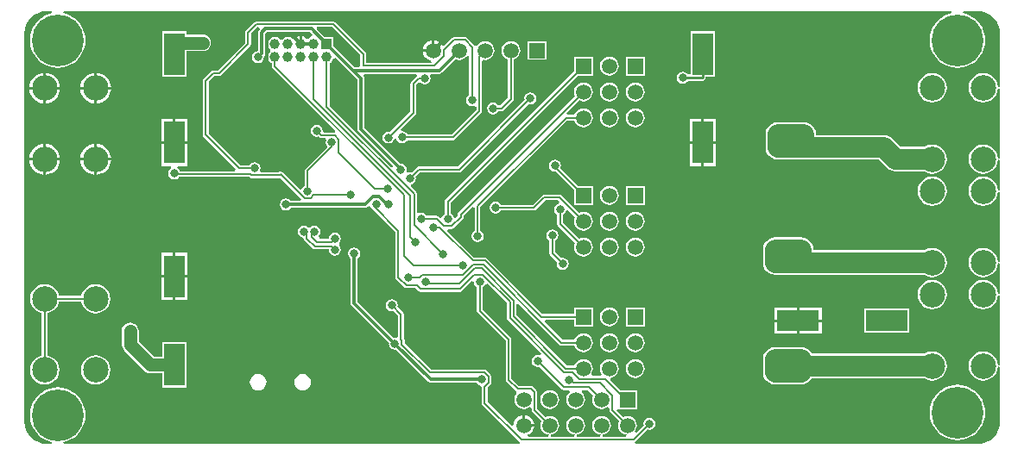
<source format=gbl>
%FSLAX24Y24*%
%MOIN*%
G70*
G01*
G75*
G04 Layer_Physical_Order=2*
G04 Layer_Color=16711680*
%ADD10R,0.0354X0.0315*%
%ADD11R,0.0453X0.0236*%
%ADD12O,0.0827X0.0276*%
%ADD13R,0.0315X0.0354*%
%ADD14R,0.2185X0.2677*%
%ADD15R,0.0394X0.0945*%
%ADD16R,0.2200X0.0830*%
%ADD17R,0.0433X0.0551*%
%ADD18R,0.0551X0.0433*%
%ADD19R,0.0394X0.0512*%
%ADD20R,0.0236X0.0453*%
%ADD21R,0.1575X0.1181*%
%ADD22R,0.0571X0.0236*%
%ADD23R,0.1378X0.0787*%
%ADD24O,0.0827X0.0118*%
%ADD25O,0.0118X0.0827*%
%ADD26R,0.0532X0.0846*%
%ADD27R,0.1350X0.1850*%
%ADD28R,0.0200X0.0940*%
%ADD29R,0.0790X0.0980*%
%ADD30C,0.0080*%
%ADD31C,0.0500*%
%ADD32C,0.0100*%
%ADD33C,0.0120*%
%ADD34C,0.0800*%
%ADD35C,0.0200*%
%ADD36R,0.0591X0.0591*%
%ADD37C,0.0591*%
%ADD38C,0.2000*%
%ADD39R,0.0591X0.0591*%
%ADD40C,0.0394*%
%ADD41R,0.0394X0.0394*%
%ADD42C,0.0984*%
%ADD43C,0.0320*%
%ADD44R,0.1614X0.0787*%
%ADD45R,0.0787X0.1614*%
G36*
X25916Y46796D02*
Y46383D01*
X25885Y46345D01*
X25692D01*
X24887Y47151D01*
Y47497D01*
X24541D01*
X24224Y47814D01*
X24254Y47888D01*
X24824D01*
X25916Y46796D01*
D02*
G37*
G36*
X49902Y48492D02*
X50067Y48442D01*
X50219Y48361D01*
X50352Y48252D01*
X50461Y48118D01*
X50542Y47966D01*
X50592Y47802D01*
X50609Y47636D01*
X50608Y47630D01*
Y45568D01*
X50533Y45563D01*
X50530Y45563D01*
X50528Y45563D01*
X50528Y45563D01*
X50525Y45586D01*
Y45586D01*
X50512Y45683D01*
X50455Y45819D01*
X50365Y45937D01*
X50248Y46027D01*
X50111Y46084D01*
X49964Y46103D01*
X49818Y46084D01*
X49681Y46027D01*
X49563Y45937D01*
X49473Y45819D01*
X49417Y45683D01*
X49397Y45536D01*
X49417Y45389D01*
X49473Y45252D01*
X49563Y45135D01*
X49681Y45045D01*
X49818Y44988D01*
X49964Y44969D01*
X50111Y44988D01*
X50248Y45045D01*
X50365Y45135D01*
X50455Y45252D01*
X50512Y45389D01*
X50525Y45486D01*
Y45486D01*
X50528Y45509D01*
X50528Y45509D01*
X50530Y45509D01*
X50533Y45508D01*
X50608Y45504D01*
Y42812D01*
X50533Y42807D01*
X50530Y42807D01*
X50528Y42807D01*
X50528Y42807D01*
X50525Y42830D01*
Y42830D01*
X50512Y42927D01*
X50455Y43063D01*
X50365Y43181D01*
X50248Y43271D01*
X50111Y43328D01*
X49964Y43347D01*
X49818Y43328D01*
X49681Y43271D01*
X49563Y43181D01*
X49473Y43063D01*
X49417Y42927D01*
X49397Y42780D01*
X49417Y42633D01*
X49473Y42497D01*
X49563Y42379D01*
X49681Y42289D01*
X49818Y42232D01*
X49964Y42213D01*
X50111Y42232D01*
X50248Y42289D01*
X50365Y42379D01*
X50455Y42497D01*
X50512Y42633D01*
X50525Y42730D01*
Y42730D01*
X50528Y42753D01*
X50528Y42753D01*
X50530Y42753D01*
X50533Y42753D01*
X50608Y42748D01*
Y41568D01*
X50533Y41563D01*
X50530Y41563D01*
X50528Y41563D01*
X50528Y41563D01*
X50525Y41586D01*
Y41586D01*
X50512Y41683D01*
X50455Y41819D01*
X50365Y41937D01*
X50248Y42027D01*
X50111Y42084D01*
X49964Y42103D01*
X49818Y42084D01*
X49681Y42027D01*
X49563Y41937D01*
X49473Y41819D01*
X49417Y41683D01*
X49397Y41536D01*
X49417Y41389D01*
X49473Y41252D01*
X49563Y41135D01*
X49681Y41045D01*
X49818Y40988D01*
X49964Y40969D01*
X50111Y40988D01*
X50248Y41045D01*
X50365Y41135D01*
X50455Y41252D01*
X50512Y41389D01*
X50525Y41486D01*
Y41486D01*
X50528Y41509D01*
X50528Y41509D01*
X50530Y41509D01*
X50533Y41508D01*
X50608Y41504D01*
Y38812D01*
X50533Y38807D01*
X50530Y38807D01*
X50528Y38807D01*
X50528Y38807D01*
X50525Y38830D01*
Y38830D01*
X50512Y38927D01*
X50455Y39063D01*
X50365Y39181D01*
X50248Y39271D01*
X50111Y39328D01*
X49964Y39347D01*
X49818Y39328D01*
X49681Y39271D01*
X49563Y39181D01*
X49473Y39063D01*
X49417Y38927D01*
X49397Y38780D01*
X49417Y38633D01*
X49473Y38497D01*
X49563Y38379D01*
X49681Y38289D01*
X49818Y38232D01*
X49964Y38213D01*
X50111Y38232D01*
X50248Y38289D01*
X50365Y38379D01*
X50455Y38497D01*
X50512Y38633D01*
X50525Y38730D01*
Y38730D01*
X50528Y38753D01*
X50528Y38753D01*
X50530Y38753D01*
X50533Y38753D01*
X50608Y38748D01*
Y37568D01*
X50533Y37563D01*
X50530Y37563D01*
X50528Y37563D01*
X50528Y37563D01*
X50525Y37586D01*
Y37586D01*
X50512Y37683D01*
X50455Y37819D01*
X50365Y37937D01*
X50248Y38027D01*
X50111Y38084D01*
X49964Y38103D01*
X49818Y38084D01*
X49681Y38027D01*
X49563Y37937D01*
X49473Y37819D01*
X49417Y37683D01*
X49397Y37536D01*
X49417Y37389D01*
X49473Y37252D01*
X49563Y37135D01*
X49681Y37045D01*
X49818Y36988D01*
X49964Y36969D01*
X50111Y36988D01*
X50248Y37045D01*
X50365Y37135D01*
X50455Y37252D01*
X50512Y37389D01*
X50525Y37486D01*
Y37486D01*
X50528Y37509D01*
X50528Y37509D01*
X50530Y37509D01*
X50533Y37508D01*
X50608Y37504D01*
Y34812D01*
X50533Y34807D01*
X50530Y34807D01*
X50528Y34807D01*
X50528Y34807D01*
X50525Y34830D01*
Y34830D01*
X50512Y34927D01*
X50455Y35063D01*
X50365Y35181D01*
X50248Y35271D01*
X50111Y35328D01*
X49964Y35347D01*
X49818Y35328D01*
X49681Y35271D01*
X49563Y35181D01*
X49473Y35063D01*
X49417Y34927D01*
X49397Y34780D01*
X49417Y34633D01*
X49473Y34497D01*
X49563Y34379D01*
X49681Y34289D01*
X49818Y34232D01*
X49964Y34213D01*
X50111Y34232D01*
X50248Y34289D01*
X50365Y34379D01*
X50455Y34497D01*
X50512Y34633D01*
X50525Y34730D01*
Y34730D01*
X50528Y34753D01*
X50528Y34753D01*
X50530Y34753D01*
X50533Y34753D01*
X50608Y34748D01*
Y32630D01*
X50611Y32613D01*
X50596Y32458D01*
X50546Y32294D01*
X50464Y32142D01*
X50355Y32008D01*
X50222Y31899D01*
X50070Y31818D01*
X49905Y31768D01*
X49739Y31751D01*
X49733Y31752D01*
X36536D01*
X36520Y31832D01*
X36539Y31845D01*
X37017Y32323D01*
X37080Y32310D01*
X37170Y32328D01*
X37246Y32379D01*
X37297Y32455D01*
X37315Y32545D01*
X37297Y32634D01*
X37246Y32711D01*
X37170Y32761D01*
X37080Y32779D01*
X36990Y32761D01*
X36914Y32711D01*
X36863Y32634D01*
X36845Y32545D01*
X36858Y32481D01*
X36576Y32199D01*
X36515Y32252D01*
X36549Y32296D01*
X36586Y32385D01*
X36598Y32480D01*
X36586Y32575D01*
X36549Y32664D01*
X36491Y32741D01*
X36414Y32799D01*
X36325Y32836D01*
X36230Y32848D01*
X36135Y32836D01*
X36063Y32806D01*
X35812Y33057D01*
X35867Y33115D01*
X36595D01*
Y33845D01*
X35950D01*
X35561Y34235D01*
X35589Y34319D01*
X35625Y34324D01*
X35714Y34361D01*
X35791Y34419D01*
X35849Y34496D01*
X35886Y34585D01*
X35898Y34680D01*
X35886Y34775D01*
X35849Y34864D01*
X35791Y34941D01*
X35714Y34999D01*
X35625Y35036D01*
X35530Y35048D01*
X35435Y35036D01*
X35346Y34999D01*
X35269Y34941D01*
X35211Y34864D01*
X35174Y34775D01*
X35162Y34680D01*
X35174Y34585D01*
X35211Y34496D01*
X35233Y34467D01*
X35194Y34387D01*
X34866D01*
X34827Y34467D01*
X34849Y34496D01*
X34886Y34585D01*
X34898Y34680D01*
X34886Y34775D01*
X34849Y34864D01*
X34791Y34941D01*
X34714Y34999D01*
X34625Y35036D01*
X34530Y35048D01*
X34435Y35036D01*
X34346Y34999D01*
X34269Y34941D01*
X34211Y34864D01*
X34181Y34792D01*
X33895D01*
X31952Y36735D01*
Y37151D01*
X32026Y37181D01*
X33607Y35601D01*
X33643Y35576D01*
X33686Y35568D01*
X33686Y35568D01*
X34181D01*
X34211Y35496D01*
X34269Y35419D01*
X34346Y35361D01*
X34435Y35324D01*
X34530Y35312D01*
X34625Y35324D01*
X34714Y35361D01*
X34791Y35419D01*
X34849Y35496D01*
X34886Y35585D01*
X34898Y35680D01*
X34886Y35775D01*
X34849Y35864D01*
X34791Y35941D01*
X34714Y35999D01*
X34625Y36036D01*
X34530Y36048D01*
X34435Y36036D01*
X34346Y35999D01*
X34269Y35941D01*
X34211Y35864D01*
X34181Y35792D01*
X33733D01*
X33031Y36494D01*
X33061Y36568D01*
X34165D01*
Y36315D01*
X34895D01*
Y37045D01*
X34165D01*
Y36792D01*
X32945D01*
X30808Y38929D01*
X30771Y38954D01*
X30728Y38962D01*
X30728Y38962D01*
X30319D01*
X29277Y40004D01*
X29307Y40078D01*
X29440D01*
X29440Y40078D01*
X29483Y40086D01*
X29519Y40111D01*
X29869Y40461D01*
X29869Y40461D01*
X29894Y40497D01*
X29902Y40540D01*
X29902Y40540D01*
Y40594D01*
X30248Y40939D01*
X30328Y40906D01*
Y40004D01*
X30274Y39968D01*
X30223Y39892D01*
X30205Y39802D01*
X30223Y39712D01*
X30274Y39636D01*
X30350Y39585D01*
X30440Y39568D01*
X30530Y39585D01*
X30606Y39636D01*
X30657Y39712D01*
X30675Y39802D01*
X30657Y39892D01*
X30606Y39968D01*
X30552Y40004D01*
Y40917D01*
X33903Y44268D01*
X34181D01*
X34211Y44196D01*
X34269Y44119D01*
X34346Y44061D01*
X34435Y44024D01*
X34530Y44012D01*
X34625Y44024D01*
X34714Y44061D01*
X34791Y44119D01*
X34849Y44196D01*
X34886Y44285D01*
X34898Y44380D01*
X34886Y44475D01*
X34849Y44564D01*
X34791Y44641D01*
X34714Y44699D01*
X34625Y44736D01*
X34530Y44748D01*
X34435Y44736D01*
X34346Y44699D01*
X34269Y44641D01*
X34211Y44564D01*
X34181Y44492D01*
X33914D01*
X33881Y44572D01*
X34363Y45054D01*
X34435Y45024D01*
X34530Y45012D01*
X34625Y45024D01*
X34714Y45061D01*
X34791Y45119D01*
X34849Y45196D01*
X34886Y45285D01*
X34898Y45380D01*
X34886Y45475D01*
X34849Y45564D01*
X34791Y45641D01*
X34714Y45699D01*
X34625Y45736D01*
X34530Y45748D01*
X34435Y45736D01*
X34346Y45699D01*
X34269Y45641D01*
X34211Y45564D01*
X34174Y45475D01*
X34162Y45380D01*
X34174Y45285D01*
X34204Y45213D01*
X29711Y40719D01*
X29686Y40683D01*
X29678Y40640D01*
X29678Y40640D01*
Y40586D01*
X29597Y40506D01*
X29510Y40532D01*
X29507Y40550D01*
X29456Y40626D01*
X29402Y40662D01*
Y41094D01*
X34323Y46015D01*
X34895D01*
Y46745D01*
X34165D01*
Y46173D01*
X29211Y41219D01*
X29186Y41183D01*
X29178Y41140D01*
X29178Y41140D01*
Y40662D01*
X29124Y40626D01*
X29073Y40550D01*
X29071Y40540D01*
X28985Y40514D01*
X28949Y40549D01*
X28913Y40574D01*
X28870Y40582D01*
X28870Y40582D01*
X28462D01*
X28426Y40636D01*
X28350Y40687D01*
X28260Y40705D01*
X28180Y40689D01*
X28148Y40698D01*
X28100Y40724D01*
Y41428D01*
X28100Y41428D01*
X28092Y41471D01*
X28067Y41507D01*
X28067Y41507D01*
X27856Y41719D01*
X27882Y41806D01*
X27920Y41813D01*
X27996Y41864D01*
X28047Y41940D01*
X28065Y42030D01*
X28052Y42093D01*
X28226Y42268D01*
X29730D01*
X29730Y42268D01*
X29773Y42276D01*
X29809Y42301D01*
X32417Y44908D01*
X32480Y44895D01*
X32570Y44913D01*
X32646Y44964D01*
X32697Y45040D01*
X32715Y45130D01*
X32697Y45220D01*
X32646Y45296D01*
X32570Y45347D01*
X32480Y45365D01*
X32390Y45347D01*
X32314Y45296D01*
X32263Y45220D01*
X32245Y45130D01*
X32258Y45067D01*
X29684Y42492D01*
X28180D01*
X28180Y42492D01*
X28137Y42484D01*
X28101Y42459D01*
X28101Y42459D01*
X27893Y42252D01*
X27830Y42265D01*
X27764Y42251D01*
X27749Y42260D01*
X27710Y42299D01*
X27701Y42314D01*
X27715Y42380D01*
X27697Y42470D01*
X27646Y42546D01*
X27570Y42597D01*
X27480Y42615D01*
X27459Y42610D01*
X26073Y43996D01*
Y45910D01*
X26062Y45961D01*
X26036Y46000D01*
X26044Y46035D01*
X26062Y46080D01*
X28065D01*
X28112Y46006D01*
X28112Y46000D01*
X28081Y45979D01*
X28081Y45979D01*
X27881Y45779D01*
X27856Y45743D01*
X27848Y45700D01*
X27848Y45700D01*
Y44616D01*
X27063Y43832D01*
X27000Y43845D01*
X26910Y43827D01*
X26834Y43776D01*
X26783Y43700D01*
X26765Y43610D01*
X26783Y43520D01*
X26834Y43444D01*
X26910Y43393D01*
X27000Y43375D01*
X27090Y43393D01*
X27166Y43444D01*
X27217Y43520D01*
X27225Y43563D01*
X27307D01*
X27313Y43530D01*
X27364Y43454D01*
X27440Y43403D01*
X27530Y43385D01*
X27620Y43403D01*
X27696Y43454D01*
X27732Y43508D01*
X29490D01*
X29490Y43508D01*
X29533Y43516D01*
X29569Y43541D01*
X30579Y44551D01*
X30579Y44551D01*
X30604Y44587D01*
X30612Y44630D01*
X30612Y44630D01*
Y46552D01*
X30692Y46617D01*
X30730Y46612D01*
X30825Y46624D01*
X30914Y46661D01*
X30991Y46719D01*
X31049Y46796D01*
X31086Y46885D01*
X31098Y46980D01*
X31086Y47075D01*
X31049Y47164D01*
X30991Y47241D01*
X30914Y47299D01*
X30825Y47336D01*
X30730Y47348D01*
X30635Y47336D01*
X30546Y47299D01*
X30469Y47241D01*
X30413Y47166D01*
X30378Y47160D01*
X30325Y47166D01*
X30309Y47189D01*
X30309Y47189D01*
X30034Y47465D01*
X29998Y47489D01*
X29955Y47497D01*
X29955Y47497D01*
X29535D01*
X29492Y47489D01*
X29456Y47465D01*
X29456Y47465D01*
X29154Y47163D01*
X29108Y47172D01*
X29068Y47189D01*
X29012Y47262D01*
X28929Y47325D01*
X28833Y47365D01*
X28780Y47372D01*
Y46980D01*
X28730D01*
Y46930D01*
X28338D01*
X28345Y46877D01*
X28385Y46781D01*
X28448Y46698D01*
X28531Y46635D01*
X28622Y46597D01*
X28628Y46593D01*
X28660Y46510D01*
X28650Y46495D01*
X26140D01*
Y46842D01*
X26131Y46885D01*
X26107Y46921D01*
X26107Y46921D01*
X24949Y48079D01*
X24913Y48104D01*
X24870Y48112D01*
X24870Y48112D01*
X21900D01*
X21857Y48104D01*
X21821Y48079D01*
X21821Y48079D01*
X21501Y47759D01*
X21476Y47723D01*
X21468Y47680D01*
X21468Y47680D01*
Y47266D01*
X20414Y46212D01*
X20230D01*
X20187Y46204D01*
X20150Y46179D01*
X20150Y46179D01*
X19865Y45894D01*
X19841Y45858D01*
X19832Y45815D01*
X19832Y45815D01*
Y43716D01*
X19832Y43716D01*
X19841Y43673D01*
X19865Y43637D01*
X21109Y42392D01*
X21076Y42312D01*
X18950D01*
X18949Y42320D01*
X18898Y42396D01*
X18846Y42430D01*
X18871Y42510D01*
X19224D01*
Y43367D01*
X18236D01*
Y42510D01*
X18594D01*
X18618Y42430D01*
X18566Y42396D01*
X18516Y42320D01*
X18498Y42230D01*
X18516Y42140D01*
X18566Y42064D01*
X18642Y42013D01*
X18732Y41995D01*
X18822Y42013D01*
X18898Y42064D01*
X18914Y42088D01*
X21632D01*
X21639Y42081D01*
X21639Y42081D01*
X21675Y42056D01*
X21718Y42048D01*
X21718Y42048D01*
X22788D01*
X22788Y42048D01*
X22816Y42053D01*
X23637Y41233D01*
X23604Y41153D01*
X23228D01*
X23206Y41186D01*
X23130Y41237D01*
X23040Y41255D01*
X22950Y41237D01*
X22874Y41186D01*
X22823Y41110D01*
X22805Y41020D01*
X22823Y40930D01*
X22874Y40854D01*
X22950Y40803D01*
X23040Y40785D01*
X23130Y40803D01*
X23206Y40854D01*
X23228Y40887D01*
X26098D01*
X26149Y40898D01*
X26192Y40926D01*
X26232Y40966D01*
X26297Y40947D01*
X26313Y40934D01*
X26360Y40864D01*
X26390Y40844D01*
X27274Y39960D01*
Y38202D01*
X27274Y38202D01*
X27283Y38159D01*
X27307Y38123D01*
X27609Y37821D01*
X27645Y37796D01*
X27688Y37788D01*
X27688Y37788D01*
X28045D01*
X28153Y37681D01*
X28153Y37681D01*
X28189Y37656D01*
X28232Y37648D01*
X28232Y37648D01*
X29766D01*
X29766Y37648D01*
X29809Y37656D01*
X29845Y37681D01*
X30219Y38054D01*
X30263Y38040D01*
X30298Y38020D01*
X30313Y37940D01*
X30364Y37864D01*
X30418Y37828D01*
Y36915D01*
X30418Y36915D01*
X30426Y36872D01*
X30451Y36836D01*
X31528Y35759D01*
Y34240D01*
X31528Y34240D01*
X31536Y34197D01*
X31561Y34161D01*
X31915Y33806D01*
X31915Y33806D01*
X31920Y33803D01*
X31925Y33796D01*
X31942Y33717D01*
X31940Y33702D01*
X31911Y33664D01*
X31874Y33575D01*
X31862Y33480D01*
X31874Y33385D01*
X31911Y33296D01*
X31969Y33219D01*
X32046Y33161D01*
X32135Y33124D01*
X32230Y33112D01*
X32325Y33124D01*
X32414Y33161D01*
X32443Y33183D01*
X32523Y33144D01*
Y33075D01*
X32523Y33075D01*
X32532Y33032D01*
X32556Y32995D01*
X32904Y32647D01*
X32874Y32575D01*
X32862Y32480D01*
X32874Y32385D01*
X32911Y32296D01*
X32969Y32219D01*
X33046Y32161D01*
X33135Y32124D01*
X33190Y32117D01*
X33184Y32037D01*
X32402D01*
X32386Y32117D01*
X32429Y32135D01*
X32512Y32198D01*
X32575Y32281D01*
X32615Y32377D01*
X32622Y32430D01*
X32230D01*
Y32480D01*
X32180D01*
Y32872D01*
X32127Y32865D01*
X32031Y32825D01*
X31948Y32762D01*
X31885Y32679D01*
X31845Y32583D01*
X31834Y32498D01*
X31787Y32472D01*
X31752Y32466D01*
X30824Y33395D01*
Y33934D01*
X30949Y34059D01*
X30949Y34059D01*
X30974Y34095D01*
X30982Y34138D01*
Y34362D01*
X30974Y34405D01*
X30949Y34441D01*
X30949Y34441D01*
X30791Y34599D01*
X30755Y34624D01*
X30712Y34632D01*
X30712Y34632D01*
X28657D01*
X27632Y35657D01*
Y35752D01*
X27632Y35752D01*
X27624Y35795D01*
X27599Y35831D01*
X27599Y35831D01*
X27592Y35838D01*
Y36780D01*
X27592Y36780D01*
X27584Y36823D01*
X27559Y36859D01*
X27559Y36859D01*
X27352Y37067D01*
X27365Y37130D01*
X27347Y37220D01*
X27296Y37296D01*
X27220Y37347D01*
X27130Y37365D01*
X27040Y37347D01*
X26964Y37296D01*
X26913Y37220D01*
X26895Y37130D01*
X26913Y37040D01*
X26964Y36964D01*
X27040Y36913D01*
X27130Y36895D01*
X27193Y36908D01*
X27368Y36734D01*
Y35927D01*
X27288Y35867D01*
X27250Y35875D01*
X27211Y35867D01*
X25807Y37270D01*
Y38942D01*
X25841Y38964D01*
X25891Y39040D01*
X25909Y39130D01*
X25891Y39220D01*
X25841Y39296D01*
X25764Y39347D01*
X25675Y39365D01*
X25585Y39347D01*
X25509Y39296D01*
X25458Y39220D01*
X25440Y39130D01*
X25458Y39040D01*
X25509Y38964D01*
X25542Y38942D01*
Y37215D01*
X25552Y37165D01*
X25581Y37122D01*
X27023Y35679D01*
X27015Y35640D01*
X27033Y35550D01*
X27084Y35474D01*
X27160Y35423D01*
X27250Y35405D01*
X27289Y35413D01*
X28546Y34156D01*
X28589Y34128D01*
X28640Y34117D01*
X30412D01*
X30434Y34084D01*
X30510Y34033D01*
X30528Y34030D01*
X30600Y33980D01*
X30600Y33980D01*
Y33348D01*
X30600Y33348D01*
X30608Y33305D01*
X30633Y33269D01*
X32056Y31845D01*
X32056Y31845D01*
X32076Y31832D01*
X32059Y31752D01*
X14459D01*
X14450Y31832D01*
X14562Y31859D01*
X14717Y31924D01*
X14861Y32012D01*
X14989Y32121D01*
X15098Y32249D01*
X15186Y32393D01*
X15251Y32548D01*
X15290Y32712D01*
X15303Y32880D01*
X15290Y33048D01*
X15251Y33212D01*
X15186Y33367D01*
X15098Y33511D01*
X14989Y33639D01*
X14861Y33748D01*
X14717Y33836D01*
X14562Y33901D01*
X14398Y33940D01*
X14230Y33953D01*
X14062Y33940D01*
X13898Y33901D01*
X13743Y33836D01*
X13599Y33748D01*
X13471Y33639D01*
X13362Y33511D01*
X13274Y33367D01*
X13209Y33212D01*
X13170Y33048D01*
X13157Y32880D01*
X13170Y32712D01*
X13209Y32548D01*
X13274Y32393D01*
X13362Y32249D01*
X13471Y32121D01*
X13599Y32012D01*
X13743Y31924D01*
X13898Y31859D01*
X14010Y31832D01*
X14001Y31752D01*
X13825D01*
X13820Y31751D01*
X13653Y31768D01*
X13489Y31818D01*
X13337Y31899D01*
X13203Y32008D01*
X13094Y32142D01*
X13013Y32294D01*
X12963Y32458D01*
X12946Y32625D01*
X12947Y32630D01*
Y47630D01*
X12946Y47635D01*
X12963Y47802D01*
X13013Y47966D01*
X13094Y48118D01*
X13203Y48252D01*
X13337Y48361D01*
X13489Y48442D01*
X13653Y48492D01*
X13820Y48509D01*
X13825Y48508D01*
X14001D01*
X14010Y48428D01*
X13898Y48401D01*
X13743Y48336D01*
X13599Y48248D01*
X13471Y48139D01*
X13362Y48011D01*
X13274Y47867D01*
X13209Y47712D01*
X13170Y47548D01*
X13157Y47380D01*
X13170Y47212D01*
X13209Y47048D01*
X13274Y46893D01*
X13362Y46749D01*
X13471Y46621D01*
X13599Y46512D01*
X13743Y46424D01*
X13898Y46359D01*
X14062Y46320D01*
X14230Y46307D01*
X14398Y46320D01*
X14562Y46359D01*
X14717Y46424D01*
X14861Y46512D01*
X14989Y46621D01*
X15098Y46749D01*
X15186Y46893D01*
X15251Y47048D01*
X15290Y47212D01*
X15303Y47380D01*
X15290Y47548D01*
X15251Y47712D01*
X15186Y47867D01*
X15098Y48011D01*
X14989Y48139D01*
X14861Y48248D01*
X14717Y48336D01*
X14562Y48401D01*
X14450Y48428D01*
X14459Y48508D01*
X48735D01*
X48744Y48428D01*
X48633Y48401D01*
X48477Y48336D01*
X48333Y48248D01*
X48205Y48139D01*
X48096Y48011D01*
X48008Y47867D01*
X47943Y47712D01*
X47904Y47548D01*
X47891Y47380D01*
X47904Y47212D01*
X47943Y47048D01*
X48008Y46893D01*
X48096Y46749D01*
X48205Y46621D01*
X48333Y46512D01*
X48477Y46424D01*
X48633Y46359D01*
X48796Y46320D01*
X48964Y46307D01*
X49132Y46320D01*
X49296Y46359D01*
X49452Y46424D01*
X49595Y46512D01*
X49723Y46621D01*
X49833Y46749D01*
X49921Y46893D01*
X49985Y47048D01*
X50024Y47212D01*
X50038Y47380D01*
X50024Y47548D01*
X49985Y47712D01*
X49921Y47867D01*
X49833Y48011D01*
X49723Y48139D01*
X49595Y48248D01*
X49452Y48336D01*
X49296Y48401D01*
X49184Y48428D01*
X49193Y48508D01*
X49730D01*
X49735Y48509D01*
X49902Y48492D01*
D02*
G37*
G36*
X25544Y46119D02*
X25807Y45855D01*
Y43941D01*
X25818Y43891D01*
X25846Y43848D01*
X27196Y42498D01*
X27195Y42493D01*
X27106Y42468D01*
X24732Y44842D01*
Y46488D01*
X24755Y46497D01*
X24810Y46540D01*
X24853Y46595D01*
X24880Y46660D01*
X24881Y46668D01*
X24966Y46697D01*
X25544Y46119D01*
D02*
G37*
G36*
X30098Y46770D02*
X30118Y46760D01*
Y45258D01*
X30064Y45222D01*
X30013Y45146D01*
X29995Y45056D01*
X30013Y44966D01*
X30064Y44890D01*
X30140Y44839D01*
X30230Y44821D01*
X30308Y44837D01*
X30388Y44803D01*
Y44676D01*
X29444Y43732D01*
X27732D01*
X27696Y43786D01*
X27620Y43837D01*
X27530Y43855D01*
X27513Y43851D01*
X27473Y43925D01*
X28039Y44491D01*
X28064Y44527D01*
X28072Y44570D01*
X28072Y44570D01*
Y45654D01*
X28160Y45741D01*
X28234Y45734D01*
X28310Y45683D01*
X28400Y45665D01*
X28490Y45683D01*
X28566Y45734D01*
X28617Y45810D01*
X28635Y45900D01*
X28617Y45990D01*
X28610Y46000D01*
X28653Y46080D01*
X28963D01*
X29013Y46090D01*
X29056Y46119D01*
X29583Y46646D01*
X29635Y46624D01*
X29730Y46612D01*
X29825Y46624D01*
X29914Y46661D01*
X29991Y46719D01*
X30038Y46781D01*
X30098Y46770D01*
D02*
G37*
G36*
X22012Y47879D02*
X22041Y47806D01*
X22010Y47775D01*
X21981Y47732D01*
X21971Y47681D01*
Y46955D01*
X21970Y46955D01*
X21880Y46937D01*
X21804Y46886D01*
X21753Y46810D01*
X21735Y46720D01*
X21753Y46630D01*
X21804Y46554D01*
X21880Y46503D01*
X21970Y46485D01*
X22060Y46503D01*
X22136Y46554D01*
X22187Y46630D01*
X22205Y46720D01*
X22197Y46759D01*
X22197Y46760D01*
X22226Y46803D01*
X22236Y46853D01*
Y47626D01*
X22295Y47685D01*
X23977D01*
X24060Y47602D01*
X24049Y47548D01*
X24034Y47516D01*
X23970Y47489D01*
X23908Y47442D01*
X23832D01*
X23770Y47489D01*
X23698Y47519D01*
X23670Y47523D01*
Y47230D01*
X23570D01*
Y47523D01*
X23543Y47519D01*
X23470Y47489D01*
X23408Y47442D01*
X23402Y47433D01*
X23310Y47420D01*
X23255Y47463D01*
X23190Y47490D01*
X23120Y47499D01*
X23050Y47490D01*
X22986Y47463D01*
X22930Y47420D01*
X22919Y47406D01*
X22822D01*
X22810Y47420D01*
X22755Y47463D01*
X22690Y47490D01*
X22620Y47499D01*
X22550Y47490D01*
X22486Y47463D01*
X22430Y47420D01*
X22387Y47365D01*
X22360Y47300D01*
X22351Y47230D01*
X22360Y47160D01*
X22387Y47095D01*
X22430Y47040D01*
X22444Y47029D01*
Y46931D01*
X22430Y46920D01*
X22387Y46865D01*
X22360Y46800D01*
X22351Y46730D01*
X22360Y46660D01*
X22387Y46595D01*
X22430Y46540D01*
X22486Y46497D01*
X22508Y46488D01*
Y46372D01*
X22508Y46372D01*
X22517Y46329D01*
X22541Y46292D01*
X24944Y43889D01*
X24931Y43845D01*
X24908Y43812D01*
X24533D01*
X24465Y43880D01*
X24447Y43970D01*
X24396Y44046D01*
X24320Y44097D01*
X24230Y44115D01*
X24140Y44097D01*
X24064Y44046D01*
X24013Y43970D01*
X23995Y43880D01*
X24013Y43790D01*
X24064Y43714D01*
X24140Y43663D01*
X24230Y43645D01*
X24293Y43658D01*
X24331Y43621D01*
X24331Y43621D01*
X24367Y43596D01*
X24410Y43588D01*
X24557D01*
X24591Y43508D01*
X24575Y43430D01*
X24593Y43340D01*
X24644Y43264D01*
X24646Y43245D01*
X23801Y42399D01*
X23776Y42363D01*
X23768Y42320D01*
X23768Y42320D01*
Y41732D01*
X23714Y41696D01*
X23670Y41630D01*
X23589Y41597D01*
X22907Y42279D01*
X22871Y42304D01*
X22828Y42312D01*
X22785Y42304D01*
X22749Y42279D01*
X22749Y42279D01*
X22742Y42272D01*
X22083D01*
X22049Y42352D01*
X22065Y42430D01*
X22047Y42520D01*
X21996Y42596D01*
X21920Y42647D01*
X21830Y42665D01*
X21740Y42647D01*
X21664Y42596D01*
X21628Y42542D01*
X21276D01*
X20056Y43762D01*
Y45768D01*
X20276Y45988D01*
X20460D01*
X20460Y45988D01*
X20503Y45996D01*
X20539Y46021D01*
X21659Y47141D01*
X21659Y47141D01*
X21684Y47177D01*
X21692Y47220D01*
Y47634D01*
X21944Y47886D01*
X22012Y47879D01*
D02*
G37*
G36*
X31578Y37205D02*
Y36626D01*
X31578Y36626D01*
X31586Y36583D01*
X31611Y36547D01*
X32904Y35253D01*
X32860Y35187D01*
X32770Y35204D01*
X32680Y35187D01*
X32604Y35136D01*
X32553Y35060D01*
X32535Y34970D01*
X32553Y34880D01*
X32604Y34804D01*
X32680Y34753D01*
X32770Y34735D01*
X32833Y34748D01*
X33701Y33881D01*
X33701Y33881D01*
X33737Y33856D01*
X33780Y33848D01*
X33780Y33848D01*
X33978D01*
X34005Y33768D01*
X33969Y33741D01*
X33911Y33664D01*
X33874Y33575D01*
X33862Y33480D01*
X33874Y33385D01*
X33911Y33296D01*
X33969Y33219D01*
X34046Y33161D01*
X34135Y33124D01*
X34230Y33112D01*
X34325Y33124D01*
X34414Y33161D01*
X34491Y33219D01*
X34549Y33296D01*
X34586Y33385D01*
X34598Y33480D01*
X34586Y33575D01*
X34549Y33664D01*
X34491Y33741D01*
X34455Y33768D01*
X34482Y33848D01*
X34704D01*
X34904Y33647D01*
X34874Y33575D01*
X34862Y33480D01*
X34874Y33385D01*
X34911Y33296D01*
X34969Y33219D01*
X35046Y33161D01*
X35135Y33124D01*
X35230Y33112D01*
X35325Y33124D01*
X35414Y33161D01*
X35443Y33183D01*
X35523Y33144D01*
Y33075D01*
X35523Y33075D01*
X35532Y33032D01*
X35556Y32995D01*
X35904Y32647D01*
X35874Y32575D01*
X35862Y32480D01*
X35874Y32385D01*
X35911Y32296D01*
X35969Y32219D01*
X36046Y32161D01*
X36135Y32124D01*
X36190Y32117D01*
X36184Y32037D01*
X35276D01*
X35270Y32117D01*
X35325Y32124D01*
X35414Y32161D01*
X35491Y32219D01*
X35549Y32296D01*
X35586Y32385D01*
X35598Y32480D01*
X35586Y32575D01*
X35549Y32664D01*
X35491Y32741D01*
X35414Y32799D01*
X35325Y32836D01*
X35230Y32848D01*
X35135Y32836D01*
X35046Y32799D01*
X34969Y32741D01*
X34911Y32664D01*
X34874Y32575D01*
X34862Y32480D01*
X34874Y32385D01*
X34911Y32296D01*
X34969Y32219D01*
X35046Y32161D01*
X35135Y32124D01*
X35190Y32117D01*
X35184Y32037D01*
X34276D01*
X34270Y32117D01*
X34325Y32124D01*
X34414Y32161D01*
X34491Y32219D01*
X34549Y32296D01*
X34586Y32385D01*
X34598Y32480D01*
X34586Y32575D01*
X34549Y32664D01*
X34491Y32741D01*
X34414Y32799D01*
X34325Y32836D01*
X34230Y32848D01*
X34135Y32836D01*
X34046Y32799D01*
X33969Y32741D01*
X33911Y32664D01*
X33874Y32575D01*
X33862Y32480D01*
X33874Y32385D01*
X33911Y32296D01*
X33969Y32219D01*
X34046Y32161D01*
X34135Y32124D01*
X34190Y32117D01*
X34184Y32037D01*
X33276D01*
X33270Y32117D01*
X33325Y32124D01*
X33414Y32161D01*
X33491Y32219D01*
X33549Y32296D01*
X33586Y32385D01*
X33598Y32480D01*
X33586Y32575D01*
X33549Y32664D01*
X33491Y32741D01*
X33414Y32799D01*
X33325Y32836D01*
X33230Y32848D01*
X33135Y32836D01*
X33063Y32806D01*
X32747Y33121D01*
Y33760D01*
X32747Y33760D01*
X32739Y33803D01*
X32715Y33839D01*
X32715Y33839D01*
X32589Y33965D01*
X32553Y33989D01*
X32510Y33997D01*
X32510Y33997D01*
X32041D01*
X31752Y34286D01*
Y35805D01*
X31752Y35805D01*
X31744Y35848D01*
X31719Y35884D01*
X30642Y36962D01*
Y37828D01*
X30696Y37864D01*
X30740Y37930D01*
X30821Y37963D01*
X31578Y37205D01*
D02*
G37*
%LPC*%
G36*
X18680Y39150D02*
X18236D01*
Y38293D01*
X18680D01*
Y39150D01*
D02*
G37*
G36*
X33330Y40065D02*
X33240Y40047D01*
X33164Y39996D01*
X33113Y39920D01*
X33095Y39830D01*
X33113Y39740D01*
X33164Y39664D01*
X33218Y39628D01*
Y39130D01*
X33218Y39130D01*
X33226Y39087D01*
X33251Y39051D01*
X33508Y38793D01*
X33495Y38730D01*
X33513Y38640D01*
X33564Y38564D01*
X33640Y38513D01*
X33730Y38495D01*
X33820Y38513D01*
X33896Y38564D01*
X33947Y38640D01*
X33965Y38730D01*
X33947Y38820D01*
X33896Y38896D01*
X33820Y38947D01*
X33730Y38965D01*
X33667Y38952D01*
X33442Y39176D01*
Y39628D01*
X33496Y39664D01*
X33547Y39740D01*
X33565Y39830D01*
X33547Y39920D01*
X33496Y39996D01*
X33420Y40047D01*
X33330Y40065D01*
D02*
G37*
G36*
X19224Y39150D02*
X18780D01*
Y38293D01*
X19224D01*
Y39150D01*
D02*
G37*
G36*
X18680Y38193D02*
X18236D01*
Y37336D01*
X18680D01*
Y38193D01*
D02*
G37*
G36*
X47996Y38103D02*
X47849Y38084D01*
X47712Y38027D01*
X47595Y37937D01*
X47505Y37819D01*
X47448Y37683D01*
X47429Y37536D01*
X47448Y37389D01*
X47505Y37252D01*
X47595Y37135D01*
X47712Y37045D01*
X47849Y36988D01*
X47996Y36969D01*
X48142Y36988D01*
X48279Y37045D01*
X48397Y37135D01*
X48487Y37252D01*
X48543Y37389D01*
X48563Y37536D01*
X48543Y37683D01*
X48487Y37819D01*
X48397Y37937D01*
X48279Y38027D01*
X48142Y38084D01*
X47996Y38103D01*
D02*
G37*
G36*
X19224Y38193D02*
X18780D01*
Y37336D01*
X19224D01*
Y38193D01*
D02*
G37*
G36*
X42930Y39754D02*
X41930D01*
X41807Y39738D01*
X41693Y39691D01*
X41595Y39615D01*
X41519Y39517D01*
X41472Y39403D01*
X41456Y39280D01*
Y38780D01*
X41472Y38657D01*
X41519Y38543D01*
X41595Y38445D01*
X41693Y38369D01*
X41807Y38322D01*
X41930Y38306D01*
X47690D01*
X47712Y38289D01*
X47849Y38232D01*
X47996Y38213D01*
X48142Y38232D01*
X48279Y38289D01*
X48397Y38379D01*
X48487Y38497D01*
X48543Y38633D01*
X48563Y38780D01*
X48543Y38927D01*
X48487Y39063D01*
X48397Y39181D01*
X48279Y39271D01*
X48142Y39328D01*
X47996Y39347D01*
X47849Y39328D01*
X47712Y39271D01*
X47690Y39254D01*
X43404D01*
Y39280D01*
X43388Y39403D01*
X43341Y39517D01*
X43265Y39615D01*
X43167Y39691D01*
X43053Y39738D01*
X42930Y39754D01*
D02*
G37*
G36*
X15698Y37947D02*
X15552Y37928D01*
X15415Y37871D01*
X15298Y37781D01*
X15207Y37663D01*
X15151Y37527D01*
X15146Y37492D01*
X14282D01*
X14278Y37527D01*
X14221Y37663D01*
X14131Y37781D01*
X14013Y37871D01*
X13877Y37928D01*
X13730Y37947D01*
X13583Y37928D01*
X13447Y37871D01*
X13329Y37781D01*
X13239Y37663D01*
X13182Y37527D01*
X13163Y37380D01*
X13182Y37233D01*
X13239Y37097D01*
X13329Y36979D01*
X13447Y36889D01*
X13583Y36832D01*
X13618Y36828D01*
Y35176D01*
X13583Y35172D01*
X13447Y35115D01*
X13329Y35025D01*
X13239Y34908D01*
X13182Y34771D01*
X13163Y34624D01*
X13182Y34477D01*
X13239Y34341D01*
X13329Y34223D01*
X13447Y34133D01*
X13583Y34076D01*
X13730Y34057D01*
X13877Y34076D01*
X14013Y34133D01*
X14131Y34223D01*
X14221Y34341D01*
X14278Y34477D01*
X14297Y34624D01*
X14278Y34771D01*
X14221Y34908D01*
X14131Y35025D01*
X14013Y35115D01*
X13877Y35172D01*
X13842Y35176D01*
Y36828D01*
X13877Y36832D01*
X14013Y36889D01*
X14131Y36979D01*
X14221Y37097D01*
X14278Y37233D01*
X14282Y37268D01*
X15146D01*
X15151Y37233D01*
X15207Y37097D01*
X15298Y36979D01*
X15415Y36889D01*
X15552Y36832D01*
X15698Y36813D01*
X15845Y36832D01*
X15982Y36889D01*
X16099Y36979D01*
X16190Y37097D01*
X16246Y37233D01*
X16265Y37380D01*
X16246Y37527D01*
X16190Y37663D01*
X16099Y37781D01*
X15982Y37871D01*
X15845Y37928D01*
X15698Y37947D01*
D02*
G37*
G36*
X33430Y42765D02*
X33340Y42747D01*
X33264Y42696D01*
X33213Y42620D01*
X33195Y42530D01*
X33213Y42440D01*
X33264Y42364D01*
X33340Y42313D01*
X33430Y42295D01*
X33452Y42300D01*
X34165Y41587D01*
Y41095D01*
Y41095D01*
Y41094D01*
X34165Y41077D01*
X34155Y41008D01*
X34151Y41005D01*
X34138Y40992D01*
X34107Y40962D01*
X33689Y41379D01*
X33653Y41404D01*
X33610Y41412D01*
X33610Y41412D01*
X33018D01*
X32975Y41404D01*
X32939Y41379D01*
X32939Y41379D01*
X32572Y41012D01*
X31342D01*
X31306Y41066D01*
X31230Y41117D01*
X31140Y41135D01*
X31050Y41117D01*
X30974Y41066D01*
X30923Y40990D01*
X30905Y40900D01*
X30923Y40810D01*
X30974Y40734D01*
X31050Y40683D01*
X31140Y40665D01*
X31230Y40683D01*
X31306Y40734D01*
X31342Y40788D01*
X32618D01*
X32618Y40788D01*
X32661Y40796D01*
X32697Y40821D01*
X33065Y41188D01*
X33551D01*
X33602Y41127D01*
X33579Y41054D01*
X33540Y41047D01*
X33464Y40996D01*
X33413Y40920D01*
X33395Y40830D01*
X33413Y40740D01*
X33464Y40664D01*
X33518Y40628D01*
Y40280D01*
X33518Y40280D01*
X33526Y40237D01*
X33551Y40201D01*
X34204Y39547D01*
X34174Y39475D01*
X34162Y39380D01*
X34174Y39285D01*
X34211Y39196D01*
X34269Y39119D01*
X34346Y39061D01*
X34435Y39024D01*
X34530Y39012D01*
X34625Y39024D01*
X34714Y39061D01*
X34791Y39119D01*
X34849Y39196D01*
X34886Y39285D01*
X34898Y39380D01*
X34886Y39475D01*
X34849Y39564D01*
X34791Y39641D01*
X34714Y39699D01*
X34625Y39736D01*
X34530Y39748D01*
X34435Y39736D01*
X34363Y39706D01*
X33742Y40326D01*
Y40628D01*
X33796Y40664D01*
X33847Y40740D01*
X33855Y40783D01*
X33942Y40809D01*
X34204Y40547D01*
X34174Y40475D01*
X34162Y40380D01*
X34174Y40285D01*
X34211Y40196D01*
X34269Y40119D01*
X34346Y40061D01*
X34435Y40024D01*
X34530Y40012D01*
X34625Y40024D01*
X34714Y40061D01*
X34791Y40119D01*
X34849Y40196D01*
X34886Y40285D01*
X34898Y40380D01*
X34886Y40475D01*
X34849Y40564D01*
X34791Y40641D01*
X34714Y40699D01*
X34625Y40736D01*
X34530Y40748D01*
X34435Y40736D01*
X34363Y40706D01*
X34112Y40957D01*
X34142Y40988D01*
X34155Y41002D01*
X34158Y41005D01*
X34227Y41015D01*
X34244Y41015D01*
X34245D01*
X34245D01*
X34895D01*
Y41745D01*
X34323D01*
X33639Y42429D01*
X33647Y42440D01*
X33665Y42530D01*
X33647Y42620D01*
X33596Y42696D01*
X33520Y42747D01*
X33430Y42765D01*
D02*
G37*
G36*
X24150Y40215D02*
X24060Y40197D01*
X23984Y40146D01*
X23980Y40140D01*
X23900D01*
X23896Y40146D01*
X23820Y40197D01*
X23730Y40215D01*
X23640Y40197D01*
X23564Y40146D01*
X23513Y40070D01*
X23495Y39980D01*
X23513Y39890D01*
X23564Y39814D01*
X23640Y39763D01*
X23682Y39755D01*
X23738Y39705D01*
X23746Y39663D01*
X23771Y39626D01*
X24076Y39321D01*
X24076Y39321D01*
X24113Y39296D01*
X24155Y39288D01*
X24689D01*
X24695Y39280D01*
X24713Y39190D01*
X24764Y39114D01*
X24840Y39063D01*
X24930Y39045D01*
X25020Y39063D01*
X25096Y39114D01*
X25147Y39190D01*
X25165Y39280D01*
X25147Y39370D01*
X25096Y39446D01*
X25090Y39450D01*
Y39530D01*
X25096Y39534D01*
X25147Y39610D01*
X25165Y39700D01*
X25147Y39790D01*
X25096Y39866D01*
X25020Y39917D01*
X24930Y39935D01*
X24840Y39917D01*
X24764Y39866D01*
X24713Y39790D01*
X24695Y39700D01*
X24689Y39692D01*
X24354D01*
X24324Y39727D01*
X24316Y39814D01*
X24367Y39890D01*
X24385Y39980D01*
X24367Y40070D01*
X24316Y40146D01*
X24240Y40197D01*
X24150Y40215D01*
D02*
G37*
G36*
X35530Y41748D02*
X35435Y41736D01*
X35346Y41699D01*
X35269Y41641D01*
X35211Y41564D01*
X35174Y41475D01*
X35162Y41380D01*
X35174Y41285D01*
X35211Y41196D01*
X35269Y41119D01*
X35346Y41061D01*
X35435Y41024D01*
X35530Y41012D01*
X35625Y41024D01*
X35714Y41061D01*
X35791Y41119D01*
X35849Y41196D01*
X35886Y41285D01*
X35898Y41380D01*
X35886Y41475D01*
X35849Y41564D01*
X35791Y41641D01*
X35714Y41699D01*
X35625Y41736D01*
X35530Y41748D01*
D02*
G37*
G36*
X47996Y42103D02*
X47849Y42084D01*
X47712Y42027D01*
X47595Y41937D01*
X47505Y41819D01*
X47448Y41683D01*
X47429Y41536D01*
X47448Y41389D01*
X47505Y41252D01*
X47595Y41135D01*
X47712Y41045D01*
X47849Y40988D01*
X47996Y40969D01*
X48142Y40988D01*
X48279Y41045D01*
X48397Y41135D01*
X48487Y41252D01*
X48543Y41389D01*
X48563Y41536D01*
X48543Y41683D01*
X48487Y41819D01*
X48397Y41937D01*
X48279Y42027D01*
X48142Y42084D01*
X47996Y42103D01*
D02*
G37*
G36*
X36530Y39748D02*
X36435Y39736D01*
X36346Y39699D01*
X36269Y39641D01*
X36211Y39564D01*
X36174Y39475D01*
X36162Y39380D01*
X36174Y39285D01*
X36211Y39196D01*
X36269Y39119D01*
X36346Y39061D01*
X36435Y39024D01*
X36530Y39012D01*
X36625Y39024D01*
X36714Y39061D01*
X36791Y39119D01*
X36849Y39196D01*
X36886Y39285D01*
X36898Y39380D01*
X36886Y39475D01*
X36849Y39564D01*
X36791Y39641D01*
X36714Y39699D01*
X36625Y39736D01*
X36530Y39748D01*
D02*
G37*
G36*
X35530D02*
X35435Y39736D01*
X35346Y39699D01*
X35269Y39641D01*
X35211Y39564D01*
X35174Y39475D01*
X35162Y39380D01*
X35174Y39285D01*
X35211Y39196D01*
X35269Y39119D01*
X35346Y39061D01*
X35435Y39024D01*
X35530Y39012D01*
X35625Y39024D01*
X35714Y39061D01*
X35791Y39119D01*
X35849Y39196D01*
X35886Y39285D01*
X35898Y39380D01*
X35886Y39475D01*
X35849Y39564D01*
X35791Y39641D01*
X35714Y39699D01*
X35625Y39736D01*
X35530Y39748D01*
D02*
G37*
G36*
X36530Y40748D02*
X36435Y40736D01*
X36346Y40699D01*
X36269Y40641D01*
X36211Y40564D01*
X36174Y40475D01*
X36162Y40380D01*
X36174Y40285D01*
X36211Y40196D01*
X36269Y40119D01*
X36346Y40061D01*
X36435Y40024D01*
X36530Y40012D01*
X36625Y40024D01*
X36714Y40061D01*
X36791Y40119D01*
X36849Y40196D01*
X36886Y40285D01*
X36898Y40380D01*
X36886Y40475D01*
X36849Y40564D01*
X36791Y40641D01*
X36714Y40699D01*
X36625Y40736D01*
X36530Y40748D01*
D02*
G37*
G36*
X35530D02*
X35435Y40736D01*
X35346Y40699D01*
X35269Y40641D01*
X35211Y40564D01*
X35174Y40475D01*
X35162Y40380D01*
X35174Y40285D01*
X35211Y40196D01*
X35269Y40119D01*
X35346Y40061D01*
X35435Y40024D01*
X35530Y40012D01*
X35625Y40024D01*
X35714Y40061D01*
X35791Y40119D01*
X35849Y40196D01*
X35886Y40285D01*
X35898Y40380D01*
X35886Y40475D01*
X35849Y40564D01*
X35791Y40641D01*
X35714Y40699D01*
X35625Y40736D01*
X35530Y40748D01*
D02*
G37*
G36*
X43724Y37024D02*
X42867D01*
Y36580D01*
X43724D01*
Y37024D01*
D02*
G37*
G36*
X17030Y36453D02*
X16946Y36442D01*
X16869Y36410D01*
X16802Y36358D01*
X16750Y36291D01*
X16718Y36214D01*
X16707Y36130D01*
Y35730D01*
X16714Y35676D01*
Y35591D01*
X16725Y35507D01*
X16758Y35429D01*
X16809Y35362D01*
X17582Y34589D01*
X17616Y34564D01*
X17649Y34538D01*
X17727Y34506D01*
X17810Y34495D01*
X18266D01*
Y33940D01*
X19194D01*
Y35694D01*
X18266D01*
Y35140D01*
X17944D01*
X17360Y35724D01*
Y36123D01*
X17349Y36206D01*
X17317Y36284D01*
X17265Y36351D01*
X17258Y36358D01*
X17191Y36410D01*
X17114Y36442D01*
X17030Y36453D01*
D02*
G37*
G36*
X23690Y34473D02*
X23606Y34462D01*
X23529Y34430D01*
X23462Y34378D01*
X23410Y34311D01*
X23378Y34234D01*
X23367Y34150D01*
X23378Y34066D01*
X23410Y33989D01*
X23462Y33922D01*
X23529Y33870D01*
X23606Y33838D01*
X23690Y33827D01*
X23774Y33838D01*
X23851Y33870D01*
X23918Y33922D01*
X23970Y33989D01*
X24002Y34066D01*
X24013Y34150D01*
X24002Y34234D01*
X23970Y34311D01*
X23918Y34378D01*
X23851Y34430D01*
X23774Y34462D01*
X23690Y34473D01*
D02*
G37*
G36*
X36530Y35048D02*
X36435Y35036D01*
X36346Y34999D01*
X36269Y34941D01*
X36211Y34864D01*
X36174Y34775D01*
X36162Y34680D01*
X36174Y34585D01*
X36211Y34496D01*
X36269Y34419D01*
X36346Y34361D01*
X36435Y34324D01*
X36530Y34312D01*
X36625Y34324D01*
X36714Y34361D01*
X36791Y34419D01*
X36849Y34496D01*
X36886Y34585D01*
X36898Y34680D01*
X36886Y34775D01*
X36849Y34864D01*
X36791Y34941D01*
X36714Y34999D01*
X36625Y35036D01*
X36530Y35048D01*
D02*
G37*
G36*
X15698Y35191D02*
X15552Y35172D01*
X15415Y35115D01*
X15298Y35025D01*
X15207Y34908D01*
X15151Y34771D01*
X15132Y34624D01*
X15151Y34477D01*
X15207Y34341D01*
X15298Y34223D01*
X15415Y34133D01*
X15552Y34076D01*
X15698Y34057D01*
X15845Y34076D01*
X15982Y34133D01*
X16099Y34223D01*
X16190Y34341D01*
X16246Y34477D01*
X16265Y34624D01*
X16246Y34771D01*
X16190Y34908D01*
X16099Y35025D01*
X15982Y35115D01*
X15845Y35172D01*
X15698Y35191D01*
D02*
G37*
G36*
X32280Y32872D02*
Y32530D01*
X32622D01*
X32615Y32583D01*
X32575Y32679D01*
X32512Y32762D01*
X32429Y32825D01*
X32333Y32865D01*
X32280Y32872D01*
D02*
G37*
G36*
X48964Y34053D02*
X48796Y34040D01*
X48633Y34001D01*
X48477Y33936D01*
X48333Y33848D01*
X48205Y33739D01*
X48096Y33611D01*
X48008Y33467D01*
X47943Y33312D01*
X47904Y33148D01*
X47891Y32980D01*
X47904Y32812D01*
X47943Y32648D01*
X48008Y32493D01*
X48096Y32349D01*
X48205Y32221D01*
X48333Y32112D01*
X48477Y32024D01*
X48633Y31959D01*
X48796Y31920D01*
X48964Y31907D01*
X49132Y31920D01*
X49296Y31959D01*
X49452Y32024D01*
X49595Y32112D01*
X49723Y32221D01*
X49833Y32349D01*
X49921Y32493D01*
X49985Y32648D01*
X50024Y32812D01*
X50038Y32980D01*
X50024Y33148D01*
X49985Y33312D01*
X49921Y33467D01*
X49833Y33611D01*
X49723Y33739D01*
X49595Y33848D01*
X49452Y33936D01*
X49296Y34001D01*
X49132Y34040D01*
X48964Y34053D01*
D02*
G37*
G36*
X21970Y34473D02*
X21886Y34462D01*
X21809Y34430D01*
X21742Y34378D01*
X21690Y34311D01*
X21658Y34234D01*
X21647Y34150D01*
X21658Y34066D01*
X21690Y33989D01*
X21742Y33922D01*
X21809Y33870D01*
X21886Y33838D01*
X21970Y33827D01*
X22054Y33838D01*
X22131Y33870D01*
X22198Y33922D01*
X22250Y33989D01*
X22282Y34066D01*
X22293Y34150D01*
X22282Y34234D01*
X22250Y34311D01*
X22198Y34378D01*
X22131Y34430D01*
X22054Y34462D01*
X21970Y34473D01*
D02*
G37*
G36*
X33230Y33848D02*
X33135Y33836D01*
X33046Y33799D01*
X32969Y33741D01*
X32911Y33664D01*
X32874Y33575D01*
X32862Y33480D01*
X32874Y33385D01*
X32911Y33296D01*
X32969Y33219D01*
X33046Y33161D01*
X33135Y33124D01*
X33230Y33112D01*
X33325Y33124D01*
X33414Y33161D01*
X33491Y33219D01*
X33549Y33296D01*
X33586Y33385D01*
X33598Y33480D01*
X33586Y33575D01*
X33549Y33664D01*
X33491Y33741D01*
X33414Y33799D01*
X33325Y33836D01*
X33230Y33848D01*
D02*
G37*
G36*
X35530Y36048D02*
X35435Y36036D01*
X35346Y35999D01*
X35269Y35941D01*
X35211Y35864D01*
X35174Y35775D01*
X35162Y35680D01*
X35174Y35585D01*
X35211Y35496D01*
X35269Y35419D01*
X35346Y35361D01*
X35435Y35324D01*
X35530Y35312D01*
X35625Y35324D01*
X35714Y35361D01*
X35791Y35419D01*
X35849Y35496D01*
X35886Y35585D01*
X35898Y35680D01*
X35886Y35775D01*
X35849Y35864D01*
X35791Y35941D01*
X35714Y35999D01*
X35625Y36036D01*
X35530Y36048D01*
D02*
G37*
G36*
Y37048D02*
X35435Y37036D01*
X35346Y36999D01*
X35269Y36941D01*
X35211Y36864D01*
X35174Y36775D01*
X35162Y36680D01*
X35174Y36585D01*
X35211Y36496D01*
X35269Y36419D01*
X35346Y36361D01*
X35435Y36324D01*
X35530Y36312D01*
X35625Y36324D01*
X35714Y36361D01*
X35791Y36419D01*
X35849Y36496D01*
X35886Y36585D01*
X35898Y36680D01*
X35886Y36775D01*
X35849Y36864D01*
X35791Y36941D01*
X35714Y36999D01*
X35625Y37036D01*
X35530Y37048D01*
D02*
G37*
G36*
X47120Y36994D02*
X45366D01*
Y36066D01*
X47120D01*
Y36994D01*
D02*
G37*
G36*
X42767Y37024D02*
X41910D01*
Y36580D01*
X42767D01*
Y37024D01*
D02*
G37*
G36*
X36895Y37045D02*
X36165D01*
Y36315D01*
X36895D01*
Y37045D01*
D02*
G37*
G36*
X42930Y35504D02*
X42007D01*
X41968Y35499D01*
X41930Y35504D01*
X41807Y35488D01*
X41693Y35441D01*
X41595Y35365D01*
X41519Y35267D01*
X41472Y35153D01*
X41456Y35030D01*
Y34530D01*
X41472Y34407D01*
X41519Y34293D01*
X41595Y34195D01*
X41693Y34119D01*
X41807Y34072D01*
X41930Y34056D01*
X42930D01*
X43053Y34072D01*
X43167Y34119D01*
X43265Y34195D01*
X43341Y34293D01*
X43346Y34306D01*
X47690D01*
X47712Y34289D01*
X47849Y34232D01*
X47996Y34213D01*
X48142Y34232D01*
X48279Y34289D01*
X48397Y34379D01*
X48487Y34497D01*
X48543Y34633D01*
X48563Y34780D01*
X48543Y34927D01*
X48487Y35063D01*
X48397Y35181D01*
X48279Y35271D01*
X48142Y35328D01*
X47996Y35347D01*
X47849Y35328D01*
X47712Y35271D01*
X47690Y35254D01*
X43346D01*
X43341Y35267D01*
X43265Y35365D01*
X43167Y35441D01*
X43053Y35488D01*
X42930Y35504D01*
D02*
G37*
G36*
X36530Y36048D02*
X36435Y36036D01*
X36346Y35999D01*
X36269Y35941D01*
X36211Y35864D01*
X36174Y35775D01*
X36162Y35680D01*
X36174Y35585D01*
X36211Y35496D01*
X36269Y35419D01*
X36346Y35361D01*
X36435Y35324D01*
X36530Y35312D01*
X36625Y35324D01*
X36714Y35361D01*
X36791Y35419D01*
X36849Y35496D01*
X36886Y35585D01*
X36898Y35680D01*
X36886Y35775D01*
X36849Y35864D01*
X36791Y35941D01*
X36714Y35999D01*
X36625Y36036D01*
X36530Y36048D01*
D02*
G37*
G36*
X43724Y36480D02*
X42867D01*
Y36036D01*
X43724D01*
Y36480D01*
D02*
G37*
G36*
X42767D02*
X41910D01*
Y36036D01*
X42767D01*
Y36480D01*
D02*
G37*
G36*
X36895Y41745D02*
X36165D01*
Y41015D01*
X36895D01*
Y41745D01*
D02*
G37*
G36*
X35530Y45748D02*
X35435Y45736D01*
X35346Y45699D01*
X35269Y45641D01*
X35211Y45564D01*
X35174Y45475D01*
X35162Y45380D01*
X35174Y45285D01*
X35211Y45196D01*
X35269Y45119D01*
X35346Y45061D01*
X35435Y45024D01*
X35530Y45012D01*
X35625Y45024D01*
X35714Y45061D01*
X35791Y45119D01*
X35849Y45196D01*
X35886Y45285D01*
X35898Y45380D01*
X35886Y45475D01*
X35849Y45564D01*
X35791Y45641D01*
X35714Y45699D01*
X35625Y45736D01*
X35530Y45748D01*
D02*
G37*
G36*
X47996Y46103D02*
X47849Y46084D01*
X47712Y46027D01*
X47595Y45937D01*
X47505Y45819D01*
X47448Y45683D01*
X47429Y45536D01*
X47448Y45389D01*
X47505Y45252D01*
X47595Y45135D01*
X47712Y45045D01*
X47849Y44988D01*
X47996Y44969D01*
X48142Y44988D01*
X48279Y45045D01*
X48397Y45135D01*
X48487Y45252D01*
X48543Y45389D01*
X48563Y45536D01*
X48543Y45683D01*
X48487Y45819D01*
X48397Y45937D01*
X48279Y46027D01*
X48142Y46084D01*
X47996Y46103D01*
D02*
G37*
G36*
X13680Y46114D02*
X13614Y46107D01*
X13502Y46073D01*
X13399Y46018D01*
X13309Y45944D01*
X13235Y45854D01*
X13180Y45751D01*
X13146Y45640D01*
X13140Y45574D01*
X13680D01*
Y46114D01*
D02*
G37*
G36*
X36530Y45748D02*
X36435Y45736D01*
X36346Y45699D01*
X36269Y45641D01*
X36211Y45564D01*
X36174Y45475D01*
X36162Y45380D01*
X36174Y45285D01*
X36211Y45196D01*
X36269Y45119D01*
X36346Y45061D01*
X36435Y45024D01*
X36530Y45012D01*
X36625Y45024D01*
X36714Y45061D01*
X36791Y45119D01*
X36849Y45196D01*
X36886Y45285D01*
X36898Y45380D01*
X36886Y45475D01*
X36849Y45564D01*
X36791Y45641D01*
X36714Y45699D01*
X36625Y45736D01*
X36530Y45748D01*
D02*
G37*
G36*
X14320Y45474D02*
X13780D01*
Y44934D01*
X13846Y44940D01*
X13958Y44974D01*
X14061Y45029D01*
X14151Y45103D01*
X14225Y45193D01*
X14280Y45296D01*
X14314Y45408D01*
X14320Y45474D01*
D02*
G37*
G36*
X13680D02*
X13140D01*
X13146Y45408D01*
X13180Y45296D01*
X13235Y45193D01*
X13309Y45103D01*
X13399Y45029D01*
X13502Y44974D01*
X13614Y44940D01*
X13680Y44934D01*
Y45474D01*
D02*
G37*
G36*
X16289D02*
X15748D01*
Y44934D01*
X15815Y44940D01*
X15926Y44974D01*
X16029Y45029D01*
X16119Y45103D01*
X16193Y45193D01*
X16248Y45296D01*
X16282Y45408D01*
X16289Y45474D01*
D02*
G37*
G36*
X15648D02*
X15108D01*
X15115Y45408D01*
X15149Y45296D01*
X15204Y45193D01*
X15278Y45103D01*
X15368Y45029D01*
X15471Y44974D01*
X15582Y44940D01*
X15648Y44934D01*
Y45474D01*
D02*
G37*
G36*
X13780Y46114D02*
Y45574D01*
X14320D01*
X14314Y45640D01*
X14280Y45751D01*
X14225Y45854D01*
X14151Y45944D01*
X14061Y46018D01*
X13958Y46073D01*
X13846Y46107D01*
X13780Y46114D01*
D02*
G37*
G36*
X39594Y47720D02*
X38666D01*
Y46052D01*
X38555D01*
X38526Y46096D01*
X38450Y46147D01*
X38360Y46165D01*
X38270Y46147D01*
X38194Y46096D01*
X38143Y46020D01*
X38125Y45930D01*
X38143Y45840D01*
X38194Y45764D01*
X38270Y45713D01*
X38360Y45695D01*
X38450Y45713D01*
X38526Y45764D01*
X38555Y45808D01*
X39130D01*
X39177Y45817D01*
X39217Y45843D01*
X39243Y45883D01*
X39252Y45930D01*
Y45966D01*
X39594D01*
Y47720D01*
D02*
G37*
G36*
X36895Y46745D02*
X36165D01*
Y46015D01*
X36895D01*
Y46745D01*
D02*
G37*
G36*
X28680Y47372D02*
X28627Y47365D01*
X28531Y47325D01*
X28448Y47262D01*
X28385Y47179D01*
X28345Y47083D01*
X28338Y47030D01*
X28680D01*
Y47372D01*
D02*
G37*
G36*
X33095Y47345D02*
X32365D01*
Y46615D01*
X33095D01*
Y47345D01*
D02*
G37*
G36*
X15748Y46114D02*
Y45574D01*
X16289D01*
X16282Y45640D01*
X16248Y45751D01*
X16193Y45854D01*
X16119Y45944D01*
X16029Y46018D01*
X15926Y46073D01*
X15815Y46107D01*
X15748Y46114D01*
D02*
G37*
G36*
X15648D02*
X15582Y46107D01*
X15471Y46073D01*
X15368Y46018D01*
X15278Y45944D01*
X15204Y45854D01*
X15149Y45751D01*
X15115Y45640D01*
X15108Y45574D01*
X15648D01*
Y46114D01*
D02*
G37*
G36*
X35530Y46748D02*
X35435Y46736D01*
X35346Y46699D01*
X35269Y46641D01*
X35211Y46564D01*
X35174Y46475D01*
X35162Y46380D01*
X35174Y46285D01*
X35211Y46196D01*
X35269Y46119D01*
X35346Y46061D01*
X35435Y46024D01*
X35530Y46012D01*
X35625Y46024D01*
X35714Y46061D01*
X35791Y46119D01*
X35849Y46196D01*
X35886Y46285D01*
X35898Y46380D01*
X35886Y46475D01*
X35849Y46564D01*
X35791Y46641D01*
X35714Y46699D01*
X35625Y46736D01*
X35530Y46748D01*
D02*
G37*
G36*
X19194Y47720D02*
X18266D01*
Y45966D01*
X19194D01*
Y46957D01*
X19830D01*
X19914Y46968D01*
X19991Y47000D01*
X20058Y47052D01*
X20110Y47119D01*
X20142Y47196D01*
X20153Y47280D01*
X20142Y47364D01*
X20110Y47441D01*
X20058Y47508D01*
X19991Y47560D01*
X19914Y47592D01*
X19830Y47603D01*
X19194D01*
Y47720D01*
D02*
G37*
G36*
X31730Y47348D02*
X31635Y47336D01*
X31546Y47299D01*
X31469Y47241D01*
X31411Y47164D01*
X31374Y47075D01*
X31362Y46980D01*
X31374Y46885D01*
X31411Y46796D01*
X31469Y46719D01*
X31546Y46661D01*
X31618Y46631D01*
Y45156D01*
X31316Y44855D01*
X31237Y44860D01*
X31206Y44906D01*
X31130Y44957D01*
X31040Y44975D01*
X30950Y44957D01*
X30874Y44906D01*
X30823Y44830D01*
X30805Y44740D01*
X30823Y44650D01*
X30874Y44574D01*
X30950Y44523D01*
X31040Y44505D01*
X31130Y44523D01*
X31206Y44574D01*
X31242Y44628D01*
X31360D01*
X31360Y44628D01*
X31403Y44636D01*
X31439Y44661D01*
X31809Y45031D01*
X31834Y45067D01*
X31842Y45110D01*
X31842Y45110D01*
Y46631D01*
X31914Y46661D01*
X31991Y46719D01*
X32049Y46796D01*
X32086Y46885D01*
X32098Y46980D01*
X32086Y47075D01*
X32049Y47164D01*
X31991Y47241D01*
X31914Y47299D01*
X31825Y47336D01*
X31730Y47348D01*
D02*
G37*
G36*
X39080Y43367D02*
X38636D01*
Y42510D01*
X39080D01*
Y43367D01*
D02*
G37*
G36*
X43030Y44204D02*
X42030D01*
X41907Y44188D01*
X41793Y44141D01*
X41695Y44065D01*
X41619Y43967D01*
X41572Y43853D01*
X41556Y43730D01*
Y43653D01*
Y43230D01*
X41572Y43107D01*
X41619Y42993D01*
X41695Y42895D01*
X41793Y42819D01*
X41907Y42772D01*
X42030Y42756D01*
X45934D01*
X46245Y42445D01*
X46343Y42369D01*
X46457Y42322D01*
X46580Y42306D01*
X47690D01*
X47712Y42289D01*
X47849Y42232D01*
X47996Y42213D01*
X48142Y42232D01*
X48279Y42289D01*
X48397Y42379D01*
X48487Y42497D01*
X48543Y42633D01*
X48563Y42780D01*
X48543Y42927D01*
X48487Y43063D01*
X48397Y43181D01*
X48279Y43271D01*
X48142Y43328D01*
X47996Y43347D01*
X47849Y43328D01*
X47712Y43271D01*
X47690Y43254D01*
X46776D01*
X46465Y43565D01*
X46367Y43641D01*
X46253Y43688D01*
X46130Y43704D01*
X43504D01*
Y43730D01*
X43488Y43853D01*
X43441Y43967D01*
X43365Y44065D01*
X43267Y44141D01*
X43153Y44188D01*
X43030Y44204D01*
D02*
G37*
G36*
X13680Y43358D02*
X13614Y43351D01*
X13502Y43317D01*
X13399Y43263D01*
X13309Y43189D01*
X13235Y43098D01*
X13180Y42995D01*
X13146Y42884D01*
X13140Y42818D01*
X13680D01*
Y43358D01*
D02*
G37*
G36*
X39624Y43367D02*
X39180D01*
Y42510D01*
X39624D01*
Y43367D01*
D02*
G37*
G36*
X14320Y42718D02*
X13780D01*
Y42178D01*
X13846Y42184D01*
X13958Y42218D01*
X14061Y42273D01*
X14151Y42347D01*
X14225Y42437D01*
X14280Y42540D01*
X14314Y42652D01*
X14320Y42718D01*
D02*
G37*
G36*
X13680D02*
X13140D01*
X13146Y42652D01*
X13180Y42540D01*
X13235Y42437D01*
X13309Y42347D01*
X13399Y42273D01*
X13502Y42218D01*
X13614Y42184D01*
X13680Y42178D01*
Y42718D01*
D02*
G37*
G36*
X16289D02*
X15748D01*
Y42178D01*
X15815Y42184D01*
X15926Y42218D01*
X16029Y42273D01*
X16119Y42347D01*
X16193Y42437D01*
X16248Y42540D01*
X16282Y42652D01*
X16289Y42718D01*
D02*
G37*
G36*
X15648D02*
X15108D01*
X15115Y42652D01*
X15149Y42540D01*
X15204Y42437D01*
X15278Y42347D01*
X15368Y42273D01*
X15471Y42218D01*
X15582Y42184D01*
X15648Y42178D01*
Y42718D01*
D02*
G37*
G36*
X13780Y43358D02*
Y42818D01*
X14320D01*
X14314Y42884D01*
X14280Y42995D01*
X14225Y43098D01*
X14151Y43189D01*
X14061Y43263D01*
X13958Y43317D01*
X13846Y43351D01*
X13780Y43358D01*
D02*
G37*
G36*
X39624Y44324D02*
X39180D01*
Y43467D01*
X39624D01*
Y44324D01*
D02*
G37*
G36*
X39080D02*
X38636D01*
Y43467D01*
X39080D01*
Y44324D01*
D02*
G37*
G36*
X36530Y44748D02*
X36435Y44736D01*
X36346Y44699D01*
X36269Y44641D01*
X36211Y44564D01*
X36174Y44475D01*
X36162Y44380D01*
X36174Y44285D01*
X36211Y44196D01*
X36269Y44119D01*
X36346Y44061D01*
X36435Y44024D01*
X36530Y44012D01*
X36625Y44024D01*
X36714Y44061D01*
X36791Y44119D01*
X36849Y44196D01*
X36886Y44285D01*
X36898Y44380D01*
X36886Y44475D01*
X36849Y44564D01*
X36791Y44641D01*
X36714Y44699D01*
X36625Y44736D01*
X36530Y44748D01*
D02*
G37*
G36*
X35530D02*
X35435Y44736D01*
X35346Y44699D01*
X35269Y44641D01*
X35211Y44564D01*
X35174Y44475D01*
X35162Y44380D01*
X35174Y44285D01*
X35211Y44196D01*
X35269Y44119D01*
X35346Y44061D01*
X35435Y44024D01*
X35530Y44012D01*
X35625Y44024D01*
X35714Y44061D01*
X35791Y44119D01*
X35849Y44196D01*
X35886Y44285D01*
X35898Y44380D01*
X35886Y44475D01*
X35849Y44564D01*
X35791Y44641D01*
X35714Y44699D01*
X35625Y44736D01*
X35530Y44748D01*
D02*
G37*
G36*
X15748Y43358D02*
Y42818D01*
X16289D01*
X16282Y42884D01*
X16248Y42995D01*
X16193Y43098D01*
X16119Y43189D01*
X16029Y43263D01*
X15926Y43317D01*
X15815Y43351D01*
X15748Y43358D01*
D02*
G37*
G36*
X15648D02*
X15582Y43351D01*
X15471Y43317D01*
X15368Y43263D01*
X15278Y43189D01*
X15204Y43098D01*
X15149Y42995D01*
X15115Y42884D01*
X15108Y42818D01*
X15648D01*
Y43358D01*
D02*
G37*
G36*
X19224Y44324D02*
X18780D01*
Y43467D01*
X19224D01*
Y44324D01*
D02*
G37*
G36*
X18680D02*
X18236D01*
Y43467D01*
X18680D01*
Y44324D01*
D02*
G37*
%LPD*%
D30*
X21967Y36867D02*
X22820D01*
X20230Y35130D02*
X21967Y36867D01*
X33330Y39130D02*
X33730Y38730D01*
X13730Y34624D02*
Y37380D01*
X15698D01*
X18732Y42230D02*
X18762Y42200D01*
X21678D01*
X21718Y42160D01*
X22788D01*
X22828Y42200D01*
X21230Y42430D02*
X21830D01*
X19944Y43716D02*
X21230Y42430D01*
X23768Y41260D02*
X23992D01*
X22828Y42200D02*
X23768Y41260D01*
X24114Y41382D02*
X25528D01*
X23992Y41260D02*
X24114Y41382D01*
X23880Y41530D02*
Y42320D01*
X25080Y43030D02*
X26480Y41630D01*
X22620Y46372D02*
X27610Y41382D01*
X24120Y45084D02*
X27838Y41366D01*
X24620Y44796D02*
X27988Y41428D01*
X24620Y44796D02*
Y46730D01*
X24120Y45084D02*
Y46730D01*
X22620Y46372D02*
Y46730D01*
X26480Y41630D02*
X26980D01*
X23880Y42320D02*
X24810Y43250D01*
Y43430D01*
X27988Y40246D02*
Y41428D01*
X27838Y39762D02*
Y41366D01*
X27610Y39040D02*
Y41382D01*
X19944Y43716D02*
Y45815D01*
X20230Y46100D01*
X20460D01*
X21580Y47220D01*
X33330Y39130D02*
Y39830D01*
X33630Y40280D02*
Y40830D01*
X33610Y41300D02*
X34530Y40380D01*
X33018Y41300D02*
X33610D01*
X33630Y40280D02*
X34530Y39380D01*
X32618Y40900D02*
X33018Y41300D01*
X31140Y40900D02*
X32618D01*
X33430Y42480D02*
Y42530D01*
X30230Y45056D02*
Y47110D01*
X30440Y39802D02*
Y40964D01*
X29290Y40460D02*
Y41140D01*
X34530Y46380D01*
X28260Y40470D02*
X28870D01*
X27988Y40246D02*
X29119Y39115D01*
X27838Y39762D02*
X28040Y39560D01*
X27970Y38680D02*
X29880D01*
X28740Y40140D02*
X28982D01*
X30272Y38850D01*
X28870Y40470D02*
X29150Y40190D01*
X29730Y42380D02*
X32480Y45130D01*
X28352Y37952D02*
X29746D01*
X27130Y37130D02*
X27480Y36780D01*
Y35792D02*
Y36780D01*
Y35792D02*
X27520Y35752D01*
Y35610D02*
Y35752D01*
X28352Y37952D02*
X28430Y38030D01*
X27688Y37900D02*
X28092D01*
X27386Y38202D02*
X27688Y37900D01*
X27386Y38202D02*
Y40006D01*
X29766Y37760D02*
X30306Y38300D01*
X28232Y37760D02*
X29766D01*
X28092Y37900D02*
X28232Y37760D01*
X28318Y38300D02*
X29882D01*
X30282Y38700D01*
X28218Y38200D02*
X28318Y38300D01*
X27770Y38200D02*
X28218D01*
X30306Y38300D02*
X30642D01*
X30530Y36915D02*
Y38030D01*
X30642Y38300D02*
X31690Y37252D01*
X30604Y38550D02*
X31840Y37314D01*
X30666Y38700D02*
X33686Y35680D01*
X30728Y38850D02*
X32898Y36680D01*
X29746Y37952D02*
X30344Y38550D01*
X30282Y38700D02*
X30666D01*
X26444Y40949D02*
X27386Y40006D01*
X26444Y40949D02*
X26526Y41030D01*
X30344Y38550D02*
X30604D01*
X31840Y36688D02*
Y37314D01*
Y36688D02*
X33848Y34680D01*
X34530D01*
X31690Y36626D02*
Y37252D01*
X30530Y36915D02*
X31640Y35805D01*
X31690Y36626D02*
X33786Y34530D01*
X34107D01*
X33686Y35680D02*
X34530D01*
X30272Y38850D02*
X30728D01*
X32898Y36680D02*
X34530D01*
X34107Y34530D02*
X34362Y34275D01*
X27610Y39040D02*
X27970Y38680D01*
X32770Y34970D02*
X33780Y33960D01*
X34362Y34275D02*
X35362D01*
X33430Y42480D02*
X34530Y41380D01*
X30440Y40964D02*
X33856Y44380D01*
X24030Y39860D02*
X24150Y39980D01*
X24810Y39400D02*
X24930Y39280D01*
X24810Y39580D02*
X24930Y39700D01*
X23730Y39980D02*
X23850Y39860D01*
X37380Y46680D02*
X37406Y46706D01*
X27830Y42030D02*
X28180Y42380D01*
X27530Y43620D02*
X29490D01*
X33780Y33960D02*
X34750D01*
X35230Y33480D01*
X33980Y34230D02*
X34040D01*
X34145Y34125D01*
X31640Y34240D02*
Y35805D01*
Y34240D02*
X31995Y33885D01*
X32510D01*
X30712Y33348D02*
Y33980D01*
X30870Y34138D01*
Y34362D01*
X30712Y34520D02*
X30870Y34362D01*
X28610Y34520D02*
X30712D01*
X32510Y33885D02*
X32635Y33760D01*
X27520Y35610D02*
X28610Y34520D01*
X22820Y36867D02*
X23533Y37580D01*
X23930D01*
X35362Y34275D02*
X36157Y33480D01*
X36230D01*
X34145Y34125D02*
X35158D01*
X35635Y33075D02*
Y33648D01*
X35158Y34125D02*
X35635Y33648D01*
Y33075D02*
X36230Y32480D01*
X32135Y31925D02*
X36460D01*
X37080Y32545D01*
X30712Y33348D02*
X32135Y31925D01*
X32635Y33075D02*
X33230Y32480D01*
X32635Y33075D02*
Y33760D01*
X29955Y47385D02*
X30230Y47110D01*
X29535Y47385D02*
X29955D01*
X29140Y46990D02*
X29535Y47385D01*
X30500Y46750D02*
X30730Y46980D01*
X30500Y44630D02*
Y46750D01*
X31730Y45110D02*
Y46980D01*
X29140Y46755D02*
Y46990D01*
X28768Y46383D02*
X29140Y46755D01*
X26028Y46383D02*
X28768D01*
X26028D02*
Y46842D01*
X24870Y48000D02*
X26028Y46842D01*
X28160Y45900D02*
X28400D01*
X21900Y48000D02*
X24870D01*
X21580Y47680D02*
X21900Y48000D01*
X21580Y47220D02*
Y47680D01*
X33856Y44380D02*
X34530D01*
X29790Y40640D02*
X34530Y45380D01*
X29790Y40540D02*
Y40640D01*
X29440Y40190D02*
X29790Y40540D01*
X29150Y40190D02*
X29440D01*
X27960Y45700D02*
X28160Y45900D01*
X27960Y44570D02*
Y45700D01*
X18630Y40780D02*
X19130D01*
X18130D02*
X18630D01*
Y40280D02*
X19130D01*
X18380Y40030D02*
X18630Y40280D01*
X24155Y39400D02*
X24810D01*
X23850Y39705D02*
X24155Y39400D01*
X23850Y39705D02*
Y39860D01*
X24230Y39580D02*
X24810D01*
X24030Y39780D02*
X24230Y39580D01*
X24030Y39780D02*
Y39860D01*
X24230Y43880D02*
X24410Y43700D01*
X24922D01*
X25080Y43542D01*
Y43030D02*
Y43542D01*
X29490Y43620D02*
X30500Y44630D01*
X27000Y43610D02*
X27960Y44570D01*
X31040Y44740D02*
X31360D01*
X31730Y45110D01*
X28180Y42380D02*
X29730D01*
D31*
X17037Y35591D02*
Y36123D01*
X17030Y35730D02*
Y36130D01*
X17037Y35591D02*
X17810Y34817D01*
X18730D01*
X17030Y36130D02*
X17037Y36123D01*
X18745Y47355D02*
X18820Y47280D01*
X19830D01*
D32*
X39130Y45930D02*
Y46843D01*
X38360Y45930D02*
X39130D01*
D33*
X23040Y41020D02*
X26098D01*
X26398Y41320D01*
X26646D01*
X21110Y42930D02*
X24090D01*
X20130Y43910D02*
Y45680D01*
Y43910D02*
X21110Y42930D01*
X20300Y45930D02*
X21930D01*
X20130Y45760D02*
X20300Y45930D01*
X20130Y45680D02*
Y45760D01*
Y45680D02*
X21893D01*
X25675Y37215D02*
X27250Y35640D01*
X25675Y37215D02*
Y39130D01*
X26946Y41020D02*
X26990D01*
X26646Y41320D02*
X26946Y41020D01*
X27480Y42380D02*
Y42401D01*
X25940Y43941D02*
X27480Y42401D01*
X26830Y43320D02*
X30120D01*
X30950Y37130D02*
X31420Y36660D01*
X28640Y34250D02*
X30600D01*
X27250Y35640D02*
X28640Y34250D01*
X25940Y43941D02*
Y45910D01*
X32160Y46710D02*
Y47250D01*
X31855Y47555D02*
X32160Y47250D01*
X30965Y47555D02*
X31855D01*
X32160Y46710D02*
X32320Y46550D01*
X33780D01*
X34270Y47040D01*
X30965Y47555D02*
X31160Y47360D01*
Y45550D02*
Y47360D01*
X29305Y47555D02*
X30965D01*
X28730Y46980D02*
X29305Y47555D01*
X28963Y46213D02*
X29730Y46980D01*
X34810Y47040D02*
X35100Y46750D01*
X34270Y47040D02*
X34810D01*
X21893Y45680D02*
X22293Y46080D01*
X19130Y40780D02*
X19600Y41250D01*
X18630Y40280D02*
X19130Y40780D01*
X24620Y47230D02*
X25638Y46213D01*
X25940Y45910D01*
X23290Y47560D02*
X23620Y47230D01*
X22410Y47560D02*
X23290D01*
X22293Y47443D02*
X22410Y47560D01*
X22293Y46080D02*
Y47443D01*
X30670Y45060D02*
X31160Y45550D01*
X19600Y41250D02*
X20430D01*
X24032Y47818D02*
X24620Y47230D01*
X22240Y47818D02*
X24032D01*
X22103Y47681D02*
X22240Y47818D01*
X22103Y46853D02*
Y47681D01*
X21970Y46720D02*
X22103Y46853D01*
X23620Y47230D02*
X24120D01*
X25638Y46213D02*
X28963D01*
X26630Y43520D02*
Y44878D01*
Y43520D02*
X26830Y43320D01*
X30670Y43870D02*
Y45060D01*
X30120Y43320D02*
X30670Y43870D01*
X19130Y40780D02*
X19220Y40870D01*
X20000D01*
D34*
X42930Y34976D02*
X43126Y34780D01*
X42903Y35003D02*
X42930Y34976D01*
Y35030D01*
Y34530D02*
Y34976D01*
X41980Y35003D02*
X42903D01*
X42430Y35030D02*
X42930D01*
X42007D02*
X42430D01*
Y34530D02*
X42930D01*
X41930D02*
X42430D01*
X41930D02*
Y35030D01*
X43126Y34780D02*
X47996D01*
X41980Y35003D02*
X42007Y35030D01*
X42930Y38780D02*
X47996D01*
X42430D02*
X42930D01*
X41930Y39280D02*
X42430Y38780D01*
X41930D02*
X42430D01*
X41930D02*
Y39280D01*
X42430D01*
X42930Y38780D02*
Y39280D01*
X42430D02*
X42930D01*
X43030Y43230D02*
X46130D01*
X43030D02*
Y43730D01*
X42530Y43230D02*
X43030D01*
X42453D02*
X42530D01*
X42030D02*
X42453D01*
X42030Y43653D02*
X42453Y43230D01*
X42030Y43730D02*
X42530D01*
X43030D01*
X42030Y43653D02*
Y43730D01*
Y43230D02*
Y43653D01*
X46580Y42780D02*
X47996D01*
X46130Y43230D02*
X46580Y42780D01*
D36*
X36530Y36680D02*
D03*
Y46380D02*
D03*
Y41380D02*
D03*
X34530Y36680D02*
D03*
Y41380D02*
D03*
Y46380D02*
D03*
D37*
X36530Y35680D02*
D03*
Y34680D02*
D03*
Y45380D02*
D03*
Y44380D02*
D03*
Y40380D02*
D03*
Y39380D02*
D03*
X28730Y46980D02*
D03*
X29730D02*
D03*
X30730D02*
D03*
X31730D02*
D03*
X35530Y36680D02*
D03*
X34530Y35680D02*
D03*
X35530D02*
D03*
X34530Y34680D02*
D03*
X35530D02*
D03*
X32230Y32480D02*
D03*
Y33480D02*
D03*
X33230Y32480D02*
D03*
Y33480D02*
D03*
X34230Y32480D02*
D03*
Y33480D02*
D03*
X35230Y32480D02*
D03*
Y33480D02*
D03*
X36230Y32480D02*
D03*
X35530Y41380D02*
D03*
X34530Y40380D02*
D03*
X35530D02*
D03*
X34530Y39380D02*
D03*
X35530D02*
D03*
Y46380D02*
D03*
X34530Y45380D02*
D03*
X35530D02*
D03*
X34530Y44380D02*
D03*
X35530D02*
D03*
D38*
X14230Y32880D02*
D03*
X48964Y32980D02*
D03*
X14230Y47380D02*
D03*
X48964D02*
D03*
D39*
X32730Y46980D02*
D03*
X36230Y33480D02*
D03*
D40*
X22620Y46730D02*
D03*
Y47230D02*
D03*
X23120Y46730D02*
D03*
Y47230D02*
D03*
X23620Y46730D02*
D03*
Y47230D02*
D03*
X24120Y46730D02*
D03*
Y47230D02*
D03*
X24620Y46730D02*
D03*
D41*
Y47230D02*
D03*
D42*
X13730Y37380D02*
D03*
Y34624D02*
D03*
X15698Y37380D02*
D03*
Y34624D02*
D03*
X13730Y45524D02*
D03*
Y42768D02*
D03*
X15698Y45524D02*
D03*
Y42768D02*
D03*
X49964Y42780D02*
D03*
Y45536D02*
D03*
X47996Y42780D02*
D03*
Y45536D02*
D03*
X49964Y38780D02*
D03*
Y41536D02*
D03*
X47996Y38780D02*
D03*
Y41536D02*
D03*
X49964Y34780D02*
D03*
Y37536D02*
D03*
X47996Y34780D02*
D03*
Y37536D02*
D03*
D43*
X14230Y39630D02*
D03*
Y41130D02*
D03*
X16230D02*
D03*
X47730Y46530D02*
D03*
X20230Y35130D02*
D03*
X44530Y32830D02*
D03*
X18730Y37130D02*
D03*
X44084Y41130D02*
D03*
Y36130D02*
D03*
X43980Y45880D02*
D03*
X40934Y45811D02*
D03*
X33230Y44630D02*
D03*
X18730Y43380D02*
D03*
X25480Y45880D02*
D03*
X29696Y45130D02*
D03*
X15520Y47990D02*
D03*
X16230Y32380D02*
D03*
X47730Y44630D02*
D03*
Y43880D02*
D03*
X16230Y39630D02*
D03*
Y36130D02*
D03*
X48980Y42130D02*
D03*
X47730Y40630D02*
D03*
Y39880D02*
D03*
X37480Y32130D02*
D03*
X45480Y33630D02*
D03*
X38730Y32130D02*
D03*
X35580Y38530D02*
D03*
X33730Y38730D02*
D03*
X34380Y38530D02*
D03*
X37293Y37130D02*
D03*
X37330Y38880D02*
D03*
Y40880D02*
D03*
Y42130D02*
D03*
X38360Y45930D02*
D03*
X39330Y43930D02*
D03*
X46130Y36530D02*
D03*
X45730D02*
D03*
X38930Y47330D02*
D03*
X39330D02*
D03*
X18732Y42230D02*
D03*
X18820Y47280D02*
D03*
X21830Y42430D02*
D03*
X24090Y42930D02*
D03*
X32830Y40330D02*
D03*
X33330Y39830D02*
D03*
X33630Y40830D02*
D03*
X33130Y41030D02*
D03*
X34380Y42780D02*
D03*
X33430Y42530D02*
D03*
X30230Y45056D02*
D03*
X30440Y39802D02*
D03*
X29290Y40460D02*
D03*
X28260Y40470D02*
D03*
X29119Y39115D02*
D03*
X28040Y39560D02*
D03*
X28740Y40140D02*
D03*
X29430Y42699D02*
D03*
X17030Y35730D02*
D03*
X17037Y36123D02*
D03*
X27130Y37130D02*
D03*
X28430Y38030D02*
D03*
X30530D02*
D03*
X29880Y38680D02*
D03*
X27770Y38200D02*
D03*
X28030Y37530D02*
D03*
X32770Y34970D02*
D03*
X31140Y40900D02*
D03*
X25675Y39130D02*
D03*
X24150Y39980D02*
D03*
X24930Y39280D02*
D03*
Y39700D02*
D03*
X23040Y41020D02*
D03*
X23880Y41530D02*
D03*
X25528Y41382D02*
D03*
X23730Y39980D02*
D03*
X42930Y34530D02*
D03*
X42430D02*
D03*
X41930D02*
D03*
Y35030D02*
D03*
X42430D02*
D03*
X42930D02*
D03*
Y38780D02*
D03*
X42430D02*
D03*
X41930D02*
D03*
Y39280D02*
D03*
X42430D02*
D03*
X42930D02*
D03*
X43030Y43730D02*
D03*
X42530D02*
D03*
X42030D02*
D03*
Y43230D02*
D03*
X42530D02*
D03*
X43030D02*
D03*
X41530Y36880D02*
D03*
Y37280D02*
D03*
X41532Y42080D02*
D03*
X41530Y41680D02*
D03*
Y46930D02*
D03*
X39280Y39580D02*
D03*
Y34530D02*
D03*
X38804Y42104D02*
D03*
X37406Y46706D02*
D03*
X26990Y41020D02*
D03*
X26526Y41030D02*
D03*
X26980Y41630D02*
D03*
X27830Y42030D02*
D03*
X27480Y42380D02*
D03*
X27530Y43620D02*
D03*
X23600Y40610D02*
D03*
X33980Y34230D02*
D03*
X30950Y37130D02*
D03*
X31420Y36660D02*
D03*
X23930Y37580D02*
D03*
X37080Y32545D02*
D03*
X28380Y42030D02*
D03*
X22130Y33530D02*
D03*
X28400Y45900D02*
D03*
X34380Y43530D02*
D03*
X33130Y37780D02*
D03*
X23630Y32530D02*
D03*
X22130D02*
D03*
X25630Y46780D02*
D03*
X35380Y42780D02*
D03*
X50214Y35780D02*
D03*
Y36530D02*
D03*
Y40530D02*
D03*
Y39780D02*
D03*
X21530Y40130D02*
D03*
X20480D02*
D03*
X23630Y33530D02*
D03*
X20230Y32380D02*
D03*
X25630Y34280D02*
D03*
Y35280D02*
D03*
X16130Y47030D02*
D03*
X47714Y36530D02*
D03*
Y35780D02*
D03*
X41530Y46530D02*
D03*
X32630Y45780D02*
D03*
X35380Y37530D02*
D03*
X34380Y37780D02*
D03*
X19830Y47280D02*
D03*
X22820Y36867D02*
D03*
X30600Y34250D02*
D03*
X27250Y35640D02*
D03*
X21930Y45930D02*
D03*
X24810Y43430D02*
D03*
X20430Y41250D02*
D03*
X21970Y46720D02*
D03*
X19130Y39780D02*
D03*
X18630D02*
D03*
X18130D02*
D03*
X19130Y40280D02*
D03*
X18142D02*
D03*
X18630D02*
D03*
X18130Y40780D02*
D03*
X18630D02*
D03*
X19130D02*
D03*
X24230Y43880D02*
D03*
X31040Y44740D02*
D03*
X27000Y43610D02*
D03*
X32480Y45130D02*
D03*
X50230Y43880D02*
D03*
Y44630D02*
D03*
X20000Y40870D02*
D03*
X31230Y35630D02*
D03*
X30930Y32130D02*
D03*
X29330D02*
D03*
X27730D02*
D03*
X26130D02*
D03*
D44*
X46243Y36530D02*
D03*
X42817D02*
D03*
D45*
X39130Y46843D02*
D03*
Y43417D02*
D03*
X18730Y46843D02*
D03*
Y43417D02*
D03*
Y34817D02*
D03*
Y38243D02*
D03*
M02*

</source>
